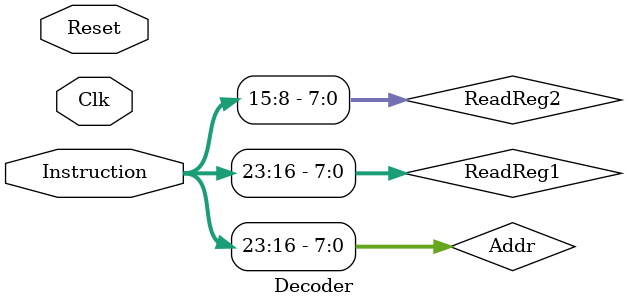
<source format=v>
`timescale 1ns / 1ps
module Decoder(Clk, Reset, Instruction );
	input wire Clk;
	input wire Reset;
	input wire [31:0] Instruction;
	
	wire RegDst;
	wire MemRead;
	wire MemtoReg;
	wire [1:0]ALUOp;
	wire MemWrite;
	wire ALUSrc;
	wire RegWrite;

	Control uut1(.Clk(Clk), .Reset(Reset), .Instruction(Instruction), .RegDst(RegDst), .MemRead(MemRead), .MemtoReg(MemtoReg), .ALUOp(ALUOp), .MemWrite(MemWrite), .ALUSrc(ALUSrc), .RegWrite(RegWrite));
	
	wire [31:0]ReadData1;
	wire [31:0]ReadData2;
	reg [7:0]ReadReg1;
	reg [7:0]ReadReg2;
	reg [7:0]WriteReg;
	reg [31:0]WriteData;
	
	RegisterFile uut2(.Clk(Clk), .Reset(Reset), .Instruction(Instruction), .RegWrite(RegWrite), .ReadReg1(ReadReg1), .ReadReg2(ReadReg2), .WriteReg(WriteReg), .WriteData(WriteData), .ReadData1(ReadData1), .ReadData2(ReadData2));
	
	wire [31:0]ReadData;
	reg [7:0]Addr;
	
	DataMemory uut3(.Clk(Clk), .Reset(Reset), .Instruction(Instruction), .MemWrite(MemWrite), .MemRead(MemRead), .Addr(Addr), .WriteData(WriteData), .ReadData(ReadData));
	
	wire [31:0]ALUResult;
	reg [31:0]A,B;
	
	ALU uut4(.Clk(Clk), .Reset(Reset), .ALUOp(ALUOp), .A(A), .B(B), .ALUResult(ALUResult));
	
	always@(*)
	begin
		ReadReg1<=Instruction[23:16];
		ReadReg2<=Instruction[15:8];
		Addr<=Instruction[23:16];
		A<=ReadData1;
		if(RegDst==1)
			WriteReg<=Instruction[7:0];
		else
			WriteReg<=Instruction[15:8];
		if(MemtoReg==1)
			WriteData<=ReadData;
		else if(MemWrite==1)
			WriteData<=ReadData2;
		else
			WriteData<=ALUResult;
		if(ALUSrc==1)
			B<={24'b0000_0000_0000_0000_0000_0000,Instruction[15:8]};
		else
			B<=ReadData2;
	end
	
endmodule

</source>
